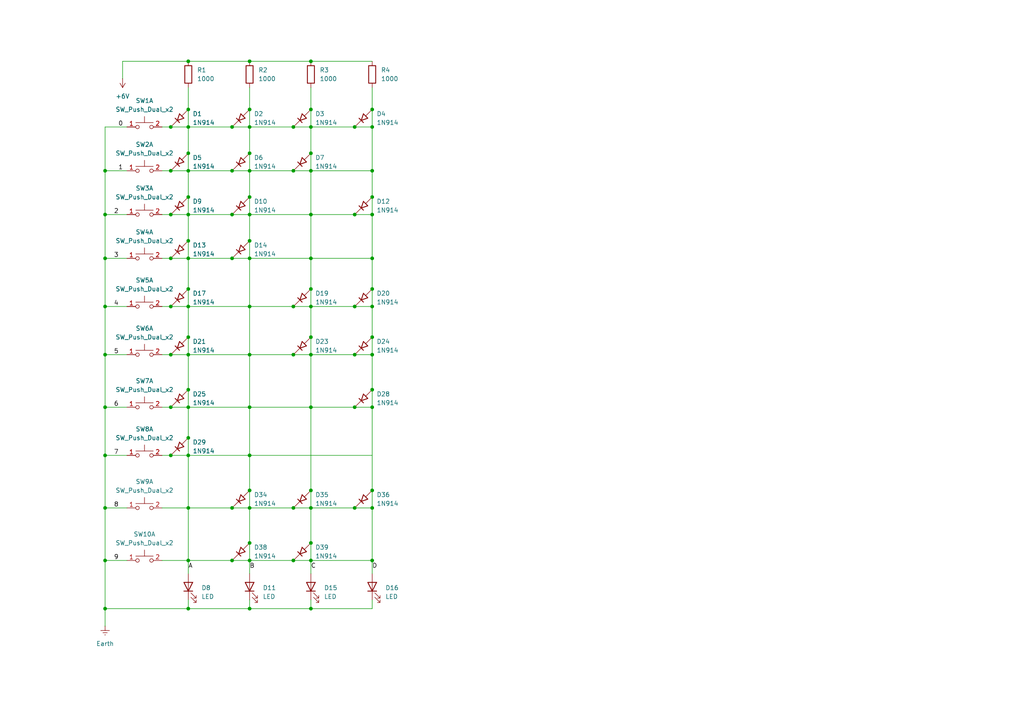
<source format=kicad_sch>
(kicad_sch (version 20231120) (generator "eeschema") (generator_version "8.0")
  (paper "A4")
  (lib_symbols
    (symbol "Device:D_45deg" (pin_numbers hide) (pin_names (offset 0) hide)
      (property "Reference" "D" (at 1.27 2.54 0))
      (property "Value" "D_45deg" (at 1.27 0 0))
      (symbol "D_45deg_0_1"
        (polyline (pts (xy -0.635 0.635) (xy -2.54 2.54)))
        (polyline (pts (xy 0 -1.27) (xy 1.27 0)) (stroke (width 0.254)))
        (polyline (pts (xy 2.54 -2.54) (xy 0.635 -0.635)))
        (polyline (pts (xy -1.27 0) (xy 0 1.27) (xy 0.635 -0.635) (xy -1.27 0)) (stroke (width 0.254)))
      )
      (symbol "D_45deg_1_1"
        (pin passive line (at 2.54 -2.54 180) (length 0) (name "K") (number "1"))
        (pin passive line (at -2.54 2.54 0) (length 0) (name "A") (number "2"))
      )
    )
    (symbol "Device:LED" (pin_numbers hide) (pin_names (offset 1.016) hide)
      (property "Reference" "D" (at 0 2.54 0))
      (property "Value" "LED" (at 0 -2.54 0))
      (symbol "LED_0_1"
        (polyline (pts (xy -1.27 -1.27) (xy -1.27 1.27)) (stroke (width 0.254)))
        (polyline (pts (xy -1.27 0) (xy 1.27 0)))
        (polyline (pts (xy 1.27 -1.27) (xy 1.27 1.27) (xy -1.27 0) (xy 1.27 -1.27)) (stroke (width 0.254)))
        (polyline (pts (xy -3.048 -0.762) (xy -4.572 -2.286) (xy -3.81 -2.286) (xy -4.572 -2.286) (xy -4.572 -1.524)))
        (polyline (pts (xy -1.778 -0.762) (xy -3.302 -2.286) (xy -2.54 -2.286) (xy -3.302 -2.286) (xy -3.302 -1.524)))
      )
      (symbol "LED_1_1"
        (pin passive line (at -3.81 0 0) (length 2.54) (name "K") (number "1"))
        (pin passive line (at 3.81 0 180) (length 2.54) (name "A") (number "2"))
      )
    )
    (symbol "Device:R" (pin_numbers hide) (pin_names (offset 0))
      (property "Reference" "R" (at 2.032 0 90))
      (property "Value" "R" (at 0 0 90))
      (symbol "R_0_1"
        (rectangle (start -1.016 -2.54) (end 1.016 2.54) (stroke (width 0.254)))
      )
      (symbol "R_1_1"
        (pin passive line (at 0 3.81 270) (length 1.27) (name "~") (number "1"))
        (pin passive line (at 0 -3.81 90) (length 1.27) (name "~") (number "2"))
      )
    )
    (symbol "Switch:SW_Push_Dual_x2" (pin_names (offset 1.016) hide)
      (property "Reference" "SW" (at 1.27 2.54 0))
      (property "Value" "SW_Push_Dual_x2" (at 0 -1.524 0))
      (symbol "SW_Push_Dual_x2_0_1"
        (circle (center -2.032 0) (radius 0.508))
        (polyline (pts (xy 0 1.27) (xy 0 3.048)))
        (polyline (pts (xy 2.54 1.27) (xy -2.54 1.27)))
        (circle (center 2.032 0) (radius 0.508))
      )
      (symbol "SW_Push_Dual_x2_1_1"
        (pin passive line (at -5.08 0 0) (length 2.54) (name "C") (number "1"))
        (pin passive line (at 5.08 0 180) (length 2.54) (name "D") (number "2"))
      )
      (symbol "SW_Push_Dual_x2_2_1"
        (pin passive line (at -5.08 0 0) (length 2.54) (name "C") (number "3"))
        (pin passive line (at 5.08 0 180) (length 2.54) (name "D") (number "4"))
      )
    )
    (symbol "power:+6V" (power) (pin_numbers hide) (pin_names (offset 0) hide)
      (property "Value" "+6V" (at 0 3.556 0))
      (symbol "+6V_0_1"
        (polyline (pts (xy -0.762 1.27) (xy 0 2.54)))
        (polyline (pts (xy 0 0) (xy 0 2.54)))
        (polyline (pts (xy 0 2.54) (xy 0.762 1.27)))
      )
      (symbol "+6V_1_1"
        (pin power_in line (at 0 0 90) (length 0) (name "~") (number "1"))
      )
    )
    (symbol "power:Earth" (power) (pin_numbers hide) (pin_names (offset 0) hide)
      (property "Value" "Earth" (at 0 -3.81 0))
      (symbol "Earth_0_1"
        (polyline (pts (xy -0.635 -1.905) (xy 0.635 -1.905)))
        (polyline (pts (xy -0.127 -2.54) (xy 0.127 -2.54)))
        (polyline (pts (xy 0 -1.27) (xy 0 0)))
        (polyline (pts (xy 1.27 -1.27) (xy -1.27 -1.27)))
      )
      (symbol "Earth_1_1"
        (pin power_in line (at 0 0 270) (length 0) (name "~") (number "1"))
      )
    )
  )
  (junction (at 107.95 88.9))
  (junction (at 54.61 118.11))
  (junction (at 102.87 62.23))
  (junction (at 72.39 17.78))
  (junction (at 72.39 118.11))
  (junction (at 30.48 118.11))
  (junction (at 85.09 147.32))
  (junction (at 72.39 69.85))
  (junction (at 30.48 74.93))
  (junction (at 90.17 176.53))
  (junction (at 72.39 102.87))
  (junction (at 54.61 31.75))
  (junction (at 72.39 31.75))
  (junction (at 107.95 83.82))
  (junction (at 85.09 49.53))
  (junction (at 54.61 132.08))
  (junction (at 30.48 147.32))
  (junction (at 72.39 62.23))
  (junction (at 72.39 142.24))
  (junction (at 49.53 132.08))
  (junction (at 49.53 118.11))
  (junction (at 54.61 74.93))
  (junction (at 72.39 162.56))
  (junction (at 72.39 44.45))
  (junction (at 30.48 162.56))
  (junction (at 67.31 74.93))
  (junction (at 54.61 176.53))
  (junction (at 49.53 62.23))
  (junction (at 107.95 162.56))
  (junction (at 54.61 97.79))
  (junction (at 102.87 36.83))
  (junction (at 107.95 74.93))
  (junction (at 90.17 102.87))
  (junction (at 54.61 57.15))
  (junction (at 67.31 162.56))
  (junction (at 107.95 147.32))
  (junction (at 90.17 118.11))
  (junction (at 54.61 69.85))
  (junction (at 54.61 62.23))
  (junction (at 72.39 49.53))
  (junction (at 107.95 118.11))
  (junction (at 90.17 49.53))
  (junction (at 72.39 36.83))
  (junction (at 90.17 147.32))
  (junction (at 72.39 88.9))
  (junction (at 72.39 132.08))
  (junction (at 107.95 62.23))
  (junction (at 54.61 44.45))
  (junction (at 90.17 74.93))
  (junction (at 49.53 36.83))
  (junction (at 90.17 44.45))
  (junction (at 72.39 147.32))
  (junction (at 102.87 118.11))
  (junction (at 107.95 31.75))
  (junction (at 54.61 49.53))
  (junction (at 72.39 157.48))
  (junction (at 54.61 147.32))
  (junction (at 107.95 113.03))
  (junction (at 107.95 97.79))
  (junction (at 90.17 62.23))
  (junction (at 90.17 83.82))
  (junction (at 30.48 62.23))
  (junction (at 30.48 88.9))
  (junction (at 67.31 147.32))
  (junction (at 72.39 176.53))
  (junction (at 85.09 102.87))
  (junction (at 102.87 88.9))
  (junction (at 49.53 49.53))
  (junction (at 90.17 17.78))
  (junction (at 102.87 102.87))
  (junction (at 54.61 17.78))
  (junction (at 72.39 57.15))
  (junction (at 107.95 102.87))
  (junction (at 90.17 88.9))
  (junction (at 67.31 49.53))
  (junction (at 67.31 36.83))
  (junction (at 67.31 62.23))
  (junction (at 49.53 74.93))
  (junction (at 72.39 74.93))
  (junction (at 102.87 147.32))
  (junction (at 54.61 162.56))
  (junction (at 54.61 102.87))
  (junction (at 90.17 36.83))
  (junction (at 85.09 88.9))
  (junction (at 107.95 36.83))
  (junction (at 90.17 97.79))
  (junction (at 107.95 142.24))
  (junction (at 54.61 127))
  (junction (at 30.48 49.53))
  (junction (at 30.48 132.08))
  (junction (at 49.53 88.9))
  (junction (at 49.53 102.87))
  (junction (at 54.61 113.03))
  (junction (at 107.95 49.53))
  (junction (at 90.17 162.56))
  (junction (at 30.48 102.87))
  (junction (at 54.61 36.83))
  (junction (at 90.17 142.24))
  (junction (at 85.09 36.83))
  (junction (at 90.17 31.75))
  (junction (at 107.95 57.15))
  (junction (at 54.61 88.9))
  (junction (at 90.17 157.48))
  (junction (at 85.09 162.56))
  (junction (at 54.61 83.82))
  (junction (at 30.48 176.53))
  (wire (pts (xy 30.48 102.87) (xy 36.83 102.87)))
  (wire (pts (xy 90.17 49.53) (xy 107.95 49.53)))
  (wire (pts (xy 54.61 88.9) (xy 72.39 88.9)))
  (wire (pts (xy 30.48 162.56) (xy 36.83 162.56)))
  (wire (pts (xy 30.48 176.53) (xy 30.48 181.61)))
  (wire (pts (xy 54.61 62.23) (xy 67.31 62.23)))
  (wire (pts (xy 54.61 102.87) (xy 54.61 113.03)))
  (wire (pts (xy 107.95 62.23) (xy 107.95 74.93)))
  (wire (pts (xy 107.95 36.83) (xy 107.95 49.53)))
  (wire (pts (xy 54.61 74.93) (xy 54.61 83.82)))
  (wire (pts (xy 90.17 118.11) (xy 90.17 142.24)))
  (wire (pts (xy 72.39 74.93) (xy 72.39 88.9)))
  (wire (pts (xy 54.61 147.32) (xy 54.61 162.56)))
  (wire (pts (xy 30.48 74.93) (xy 30.48 88.9)))
  (wire (pts (xy 72.39 74.93) (xy 90.17 74.93)))
  (wire (pts (xy 102.87 147.32) (xy 107.95 147.32)))
  (wire (pts (xy 30.48 147.32) (xy 30.48 162.56)))
  (wire (pts (xy 90.17 36.83) (xy 102.87 36.83)))
  (wire (pts (xy 90.17 62.23) (xy 102.87 62.23)))
  (wire (pts (xy 49.53 74.93) (xy 54.61 74.93)))
  (wire (pts (xy 54.61 132.08) (xy 54.61 147.32)))
  (wire (pts (xy 90.17 162.56) (xy 107.95 162.56)))
  (wire (pts (xy 67.31 74.93) (xy 72.39 74.93)))
  (wire (pts (xy 49.53 36.83) (xy 54.61 36.83)))
  (wire (pts (xy 54.61 176.53) (xy 72.39 176.53)))
  (wire (pts (xy 67.31 49.53) (xy 72.39 49.53)))
  (wire (pts (xy 49.53 88.9) (xy 54.61 88.9)))
  (wire (pts (xy 54.61 102.87) (xy 72.39 102.87)))
  (wire (pts (xy 67.31 162.56) (xy 72.39 162.56)))
  (wire (pts (xy 90.17 118.11) (xy 102.87 118.11)))
  (wire (pts (xy 72.39 62.23) (xy 72.39 69.85)))
  (wire (pts (xy 30.48 162.56) (xy 30.48 176.53)))
  (wire (pts (xy 54.61 118.11) (xy 54.61 127)))
  (wire (pts (xy 72.39 132.08) (xy 72.39 142.24)))
  (wire (pts (xy 102.87 62.23) (xy 107.95 62.23)))
  (wire (pts (xy 54.61 162.56) (xy 54.61 166.37)))
  (wire (pts (xy 107.95 147.32) (xy 107.95 162.56)))
  (wire (pts (xy 54.61 25.4) (xy 54.61 31.75)))
  (wire (pts (xy 72.39 118.11) (xy 90.17 118.11)))
  (wire (pts (xy 30.48 88.9) (xy 30.48 102.87)))
  (wire (pts (xy 107.95 102.87) (xy 107.95 113.03)))
  (wire (pts (xy 72.39 118.11) (xy 72.39 132.08)))
  (wire (pts (xy 49.53 118.11) (xy 54.61 118.11)))
  (wire (pts (xy 72.39 36.83) (xy 72.39 44.45)))
  (wire (pts (xy 85.09 147.32) (xy 90.17 147.32)))
  (wire (pts (xy 72.39 102.87) (xy 72.39 118.11)))
  (wire (pts (xy 90.17 173.99) (xy 90.17 176.53)))
  (wire (pts (xy 90.17 162.56) (xy 90.17 166.37)))
  (wire (pts (xy 35.56 17.78) (xy 35.56 22.86)))
  (wire (pts (xy 72.39 36.83) (xy 85.09 36.83)))
  (wire (pts (xy 107.95 173.99) (xy 107.95 176.53)))
  (wire (pts (xy 30.48 62.23) (xy 30.48 74.93)))
  (wire (pts (xy 72.39 69.85) (xy 72.39 74.93)))
  (wire (pts (xy 90.17 25.4) (xy 90.17 31.75)))
  (wire (pts (xy 30.48 49.53) (xy 36.83 49.53)))
  (wire (pts (xy 90.17 88.9) (xy 90.17 97.79)))
  (wire (pts (xy 102.87 118.11) (xy 107.95 118.11)))
  (wire (pts (xy 54.61 36.83) (xy 54.61 44.45)))
  (wire (pts (xy 102.87 88.9) (xy 107.95 88.9)))
  (wire (pts (xy 107.95 83.82) (xy 107.95 88.9)))
  (wire (pts (xy 30.48 74.93) (xy 36.83 74.93)))
  (wire (pts (xy 54.61 118.11) (xy 72.39 118.11)))
  (wire (pts (xy 49.53 132.08) (xy 54.61 132.08)))
  (wire (pts (xy 67.31 62.23) (xy 72.39 62.23)))
  (wire (pts (xy 102.87 102.87) (xy 107.95 102.87)))
  (wire (pts (xy 67.31 36.83) (xy 72.39 36.83)))
  (wire (pts (xy 30.48 118.11) (xy 30.48 132.08)))
  (wire (pts (xy 90.17 88.9) (xy 102.87 88.9)))
  (wire (pts (xy 72.39 162.56) (xy 72.39 166.37)))
  (wire (pts (xy 85.09 36.83) (xy 90.17 36.83)))
  (wire (pts (xy 30.48 36.83) (xy 30.48 49.53)))
  (wire (pts (xy 107.95 113.03) (xy 107.95 118.11)))
  (wire (pts (xy 49.53 102.87) (xy 54.61 102.87)))
  (wire (pts (xy 54.61 88.9) (xy 54.61 97.79)))
  (wire (pts (xy 72.39 102.87) (xy 85.09 102.87)))
  (wire (pts (xy 30.48 132.08) (xy 30.48 147.32)))
  (wire (pts (xy 90.17 74.93) (xy 107.95 74.93)))
  (wire (pts (xy 54.61 17.78) (xy 35.56 17.78)))
  (wire (pts (xy 46.99 162.56) (xy 54.61 162.56)))
  (wire (pts (xy 46.99 147.32) (xy 54.61 147.32)))
  (wire (pts (xy 90.17 147.32) (xy 102.87 147.32)))
  (wire (pts (xy 107.95 25.4) (xy 107.95 31.75)))
  (wire (pts (xy 54.61 36.83) (xy 67.31 36.83)))
  (wire (pts (xy 54.61 113.03) (xy 54.61 118.11)))
  (wire (pts (xy 85.09 102.87) (xy 90.17 102.87)))
  (wire (pts (xy 54.61 97.79) (xy 54.61 102.87)))
  (wire (pts (xy 107.95 57.15) (xy 107.95 62.23)))
  (wire (pts (xy 72.39 142.24) (xy 72.39 147.32)))
  (wire (pts (xy 107.95 162.56) (xy 107.95 166.37)))
  (wire (pts (xy 90.17 176.53) (xy 107.95 176.53)))
  (wire (pts (xy 107.95 74.93) (xy 107.95 83.82)))
  (wire (pts (xy 67.31 147.32) (xy 72.39 147.32)))
  (wire (pts (xy 85.09 162.56) (xy 90.17 162.56)))
  (wire (pts (xy 72.39 176.53) (xy 90.17 176.53)))
  (wire (pts (xy 46.99 88.9) (xy 49.53 88.9)))
  (wire (pts (xy 85.09 49.53) (xy 90.17 49.53)))
  (wire (pts (xy 49.53 62.23) (xy 54.61 62.23)))
  (wire (pts (xy 46.99 118.11) (xy 49.53 118.11)))
  (wire (pts (xy 72.39 49.53) (xy 72.39 57.15)))
  (wire (pts (xy 54.61 44.45) (xy 54.61 49.53)))
  (wire (pts (xy 54.61 49.53) (xy 67.31 49.53)))
  (wire (pts (xy 54.61 31.75) (xy 54.61 36.83)))
  (wire (pts (xy 54.61 132.08) (xy 72.39 132.08)))
  (wire (pts (xy 72.39 49.53) (xy 85.09 49.53)))
  (wire (pts (xy 107.95 31.75) (xy 107.95 36.83)))
  (wire (pts (xy 90.17 74.93) (xy 90.17 83.82)))
  (wire (pts (xy 72.39 44.45) (xy 72.39 49.53)))
  (wire (pts (xy 46.99 62.23) (xy 49.53 62.23)))
  (wire (pts (xy 90.17 17.78) (xy 107.95 17.78)))
  (wire (pts (xy 90.17 83.82) (xy 90.17 88.9)))
  (wire (pts (xy 90.17 62.23) (xy 90.17 74.93)))
  (wire (pts (xy 54.61 173.99) (xy 54.61 176.53)))
  (wire (pts (xy 54.61 69.85) (xy 54.61 74.93)))
  (wire (pts (xy 30.48 132.08) (xy 36.83 132.08)))
  (wire (pts (xy 72.39 17.78) (xy 90.17 17.78)))
  (wire (pts (xy 72.39 88.9) (xy 85.09 88.9)))
  (wire (pts (xy 90.17 49.53) (xy 90.17 62.23)))
  (wire (pts (xy 107.95 49.53) (xy 107.95 57.15)))
  (wire (pts (xy 54.61 17.78) (xy 72.39 17.78)))
  (wire (pts (xy 102.87 36.83) (xy 107.95 36.83)))
  (wire (pts (xy 72.39 147.32) (xy 85.09 147.32)))
  (wire (pts (xy 72.39 25.4) (xy 72.39 31.75)))
  (wire (pts (xy 107.95 88.9) (xy 107.95 97.79)))
  (wire (pts (xy 90.17 142.24) (xy 90.17 147.32)))
  (wire (pts (xy 30.48 147.32) (xy 36.83 147.32)))
  (wire (pts (xy 30.48 176.53) (xy 54.61 176.53)))
  (wire (pts (xy 72.39 147.32) (xy 72.39 157.48)))
  (wire (pts (xy 72.39 132.08) (xy 107.95 132.08)))
  (wire (pts (xy 90.17 97.79) (xy 90.17 102.87)))
  (wire (pts (xy 46.99 102.87) (xy 49.53 102.87)))
  (wire (pts (xy 30.48 49.53) (xy 30.48 62.23)))
  (wire (pts (xy 46.99 49.53) (xy 49.53 49.53)))
  (wire (pts (xy 107.95 142.24) (xy 107.95 147.32)))
  (wire (pts (xy 90.17 44.45) (xy 90.17 49.53)))
  (wire (pts (xy 46.99 74.93) (xy 49.53 74.93)))
  (wire (pts (xy 54.61 162.56) (xy 67.31 162.56)))
  (wire (pts (xy 46.99 132.08) (xy 49.53 132.08)))
  (wire (pts (xy 46.99 36.83) (xy 49.53 36.83)))
  (wire (pts (xy 72.39 31.75) (xy 72.39 36.83)))
  (wire (pts (xy 72.39 62.23) (xy 90.17 62.23)))
  (wire (pts (xy 107.95 97.79) (xy 107.95 102.87)))
  (wire (pts (xy 54.61 62.23) (xy 54.61 69.85)))
  (wire (pts (xy 90.17 147.32) (xy 90.17 157.48)))
  (wire (pts (xy 54.61 147.32) (xy 67.31 147.32)))
  (wire (pts (xy 72.39 88.9) (xy 72.39 102.87)))
  (wire (pts (xy 54.61 57.15) (xy 54.61 62.23)))
  (wire (pts (xy 72.39 157.48) (xy 72.39 162.56)))
  (wire (pts (xy 30.48 88.9) (xy 36.83 88.9)))
  (wire (pts (xy 72.39 57.15) (xy 72.39 62.23)))
  (wire (pts (xy 90.17 102.87) (xy 102.87 102.87)))
  (wire (pts (xy 30.48 118.11) (xy 36.83 118.11)))
  (wire (pts (xy 54.61 83.82) (xy 54.61 88.9)))
  (wire (pts (xy 107.95 118.11) (xy 107.95 142.24)))
  (wire (pts (xy 72.39 162.56) (xy 85.09 162.56)))
  (wire (pts (xy 90.17 157.48) (xy 90.17 162.56)))
  (wire (pts (xy 30.48 102.87) (xy 30.48 118.11)))
  (wire (pts (xy 49.53 49.53) (xy 54.61 49.53)))
  (wire (pts (xy 90.17 36.83) (xy 90.17 44.45)))
  (wire (pts (xy 30.48 36.83) (xy 36.83 36.83)))
  (wire (pts (xy 54.61 49.53) (xy 54.61 57.15)))
  (wire (pts (xy 54.61 127) (xy 54.61 132.08)))
  (wire (pts (xy 30.48 62.23) (xy 36.83 62.23)))
  (wire (pts (xy 85.09 88.9) (xy 90.17 88.9)))
  (wire (pts (xy 72.39 173.99) (xy 72.39 176.53)))
  (wire (pts (xy 54.61 74.93) (xy 67.31 74.93)))
  (wire (pts (xy 90.17 31.75) (xy 90.17 36.83)))
  (wire (pts (xy 90.17 102.87) (xy 90.17 118.11)))
  (label "8" (at 33.02 147.32 0))
  (label "7" (at 33.02 132.08 0))
  (label "B" (at 72.39 165.1 0))
  (label "3" (at 33.02 74.93 0))
  (label "D" (at 107.95 165.1 0))
  (label "0" (at 34.29 36.83 0))
  (label "C" (at 90.17 165.1 0))
  (label "4" (at 33.02 88.9 0))
  (label "2" (at 33.02 62.23 0))
  (label "9" (at 33.02 162.56 0))
  (label "A" (at 54.61 165.1 0))
  (label "6" (at 33.02 118.11 0))
  (label "1" (at 34.29 49.53 0))
  (label "5" (at 33.02 102.87 0))
  (symbol (lib_id "Switch:SW_Push_Dual_x2") (at 41.91 62.23 0) (unit 1)
    (property "Reference" "SW3" (at 41.91 54.61 0))
    (property "Value" "SW_Push_Dual_x2" (at 41.91 57.15 0))
    (property "Footprint" "Button_Switch_Keyboard:SW_Cherry_MX_1.00u_PCB" (effects (hide yes)))
    (property "Description" "Push button switch, generic, separate symbols, four pins" (effects (hide yes)))
  )
  (symbol (lib_id "Device:D_45deg") (at 52.07 46.99 270) (unit 1)
    (property "Reference" "D5" (at 55.88 45.7199 90) (effects (justify left)))
    (property "Value" "1N914" (at 55.88 48.2599 90) (effects (justify left)))
    (property "Footprint" "diode1n914:AFL-W2C8.9D" (effects (hide yes)))
    (property "Description" "Diode, rotated by 45°" (effects (hide yes)))
    (property "Sim.Device" "D" (effects (hide yes)))
    (property "Sim.Pins" "1=K 2=A" (effects (hide yes)))
  )
  (symbol (lib_id "Switch:SW_Push_Dual_x2") (at 41.91 118.11 0) (unit 1)
    (property "Reference" "SW7" (at 41.91 110.49 0))
    (property "Value" "SW_Push_Dual_x2" (at 41.91 113.03 0))
    (property "Footprint" "Button_Switch_Keyboard:SW_Cherry_MX_1.00u_PCB" (effects (hide yes)))
    (property "Description" "Push button switch, generic, separate symbols, four pins" (effects (hide yes)))
  )
  (symbol (lib_id "Device:D_45deg") (at 52.07 115.57 270) (unit 1)
    (property "Reference" "D25" (at 55.88 114.2999 90) (effects (justify left)))
    (property "Value" "1N914" (at 55.88 116.8399 90) (effects (justify left)))
    (property "Footprint" "diode1n914:AFL-W2C8.9D" (effects (hide yes)))
    (property "Description" "Diode, rotated by 45°" (effects (hide yes)))
    (property "Sim.Device" "D" (effects (hide yes)))
    (property "Sim.Pins" "1=K 2=A" (effects (hide yes)))
  )
  (symbol (lib_id "Device:LED") (at 107.95 170.18 90) (unit 1)
    (property "Reference" "D16" (at 111.76 170.4974 90) (effects (justify right)))
    (property "Value" "LED" (at 111.76 173.0374 90) (effects (justify right)))
    (property "Footprint" "LED_THT:LED_D1.8mm_W1.8mm_H2.4mm_Horizontal_O1.27mm_Z1.6mm" (effects (hide yes)))
    (property "Description" "Light emitting diode" (effects (hide yes)))
  )
  (symbol (lib_id "Device:R") (at 54.61 21.59 0) (unit 1)
    (property "Reference" "R1" (at 57.15 20.3199 0) (effects (justify left)))
    (property "Value" "1000" (at 57.15 22.8599 0) (effects (justify left)))
    (property "Footprint" "Resistor_THT:R_Axial_DIN0204_L3.6mm_D1.6mm_P2.54mm_Vertical" (effects (hide yes)))
    (property "Description" "Resistor" (effects (hide yes)))
  )
  (symbol (lib_id "Device:D_45deg") (at 52.07 59.69 270) (unit 1)
    (property "Reference" "D9" (at 55.88 58.4199 90) (effects (justify left)))
    (property "Value" "1N914" (at 55.88 60.9599 90) (effects (justify left)))
    (property "Footprint" "diode1n914:AFL-W2C8.9D" (effects (hide yes)))
    (property "Description" "Diode, rotated by 45°" (effects (hide yes)))
    (property "Sim.Device" "D" (effects (hide yes)))
    (property "Sim.Pins" "1=K 2=A" (effects (hide yes)))
  )
  (symbol (lib_id "Switch:SW_Push_Dual_x2") (at 41.91 88.9 0) (unit 1)
    (property "Reference" "SW5" (at 41.91 81.28 0))
    (property "Value" "SW_Push_Dual_x2" (at 41.91 83.82 0))
    (property "Footprint" "Button_Switch_Keyboard:SW_Cherry_MX_1.00u_PCB" (effects (hide yes)))
    (property "Description" "Push button switch, generic, separate symbols, four pins" (effects (hide yes)))
  )
  (symbol (lib_id "Device:R") (at 90.17 21.59 0) (unit 1)
    (property "Reference" "R3" (at 92.71 20.3199 0) (effects (justify left)))
    (property "Value" "1000" (at 92.71 22.8599 0) (effects (justify left)))
    (property "Footprint" "Resistor_THT:R_Axial_DIN0204_L3.6mm_D1.6mm_P2.54mm_Vertical" (effects (hide yes)))
    (property "Description" "Resistor" (effects (hide yes)))
  )
  (symbol (lib_id "Device:R") (at 107.95 21.59 0) (unit 1)
    (property "Reference" "R4" (at 110.49 20.3199 0) (effects (justify left)))
    (property "Value" "1000" (at 110.49 22.8599 0) (effects (justify left)))
    (property "Footprint" "Resistor_THT:R_Axial_DIN0204_L3.6mm_D1.6mm_P2.54mm_Vertical" (effects (hide yes)))
    (property "Description" "Resistor" (effects (hide yes)))
  )
  (symbol (lib_id "Device:D_45deg") (at 87.63 34.29 270) (unit 1)
    (property "Reference" "D3" (at 91.44 33.0199 90) (effects (justify left)))
    (property "Value" "1N914" (at 91.44 35.5599 90) (effects (justify left)))
    (property "Footprint" "diode1n914:AFL-W2C8.9D" (effects (hide yes)))
    (property "Description" "Diode, rotated by 45°" (effects (hide yes)))
    (property "Sim.Device" "D" (effects (hide yes)))
    (property "Sim.Pins" "1=K 2=A" (effects (hide yes)))
  )
  (symbol (lib_id "Device:D_45deg") (at 105.41 59.69 270) (unit 1)
    (property "Reference" "D12" (at 109.22 58.4199 90) (effects (justify left)))
    (property "Value" "1N914" (at 109.22 60.9599 90) (effects (justify left)))
    (property "Footprint" "diode1n914:AFL-W2C8.9D" (effects (hide yes)))
    (property "Description" "Diode, rotated by 45°" (effects (hide yes)))
    (property "Sim.Device" "D" (effects (hide yes)))
    (property "Sim.Pins" "1=K 2=A" (effects (hide yes)))
  )
  (symbol (lib_id "Device:D_45deg") (at 69.85 160.02 270) (unit 1)
    (property "Reference" "D38" (at 73.66 158.7499 90) (effects (justify left)))
    (property "Value" "1N914" (at 73.66 161.2899 90) (effects (justify left)))
    (property "Footprint" "diode1n914:AFL-W2C8.9D" (effects (hide yes)))
    (property "Description" "Diode, rotated by 45°" (effects (hide yes)))
    (property "Sim.Device" "D" (effects (hide yes)))
    (property "Sim.Pins" "1=K 2=A" (effects (hide yes)))
  )
  (symbol (lib_id "Device:D_45deg") (at 52.07 72.39 270) (unit 1)
    (property "Reference" "D13" (at 55.88 71.1199 90) (effects (justify left)))
    (property "Value" "1N914" (at 55.88 73.6599 90) (effects (justify left)))
    (property "Footprint" "diode1n914:AFL-W2C8.9D" (effects (hide yes)))
    (property "Description" "Diode, rotated by 45°" (effects (hide yes)))
    (property "Sim.Device" "D" (effects (hide yes)))
    (property "Sim.Pins" "1=K 2=A" (effects (hide yes)))
  )
  (symbol (lib_id "Device:D_45deg") (at 87.63 160.02 270) (unit 1)
    (property "Reference" "D39" (at 91.44 158.7499 90) (effects (justify left)))
    (property "Value" "1N914" (at 91.44 161.2899 90) (effects (justify left)))
    (property "Footprint" "diode1n914:AFL-W2C8.9D" (effects (hide yes)))
    (property "Description" "Diode, rotated by 45°" (effects (hide yes)))
    (property "Sim.Device" "D" (effects (hide yes)))
    (property "Sim.Pins" "1=K 2=A" (effects (hide yes)))
  )
  (symbol (lib_id "Device:D_45deg") (at 105.41 100.33 270) (unit 1)
    (property "Reference" "D24" (at 109.22 99.0599 90) (effects (justify left)))
    (property "Value" "1N914" (at 109.22 101.5999 90) (effects (justify left)))
    (property "Footprint" "diode1n914:AFL-W2C8.9D" (effects (hide yes)))
    (property "Description" "Diode, rotated by 45°" (effects (hide yes)))
    (property "Sim.Device" "D" (effects (hide yes)))
    (property "Sim.Pins" "1=K 2=A" (effects (hide yes)))
  )
  (symbol (lib_id "Device:D_45deg") (at 87.63 100.33 270) (unit 1)
    (property "Reference" "D23" (at 91.44 99.0599 90) (effects (justify left)))
    (property "Value" "1N914" (at 91.44 101.5999 90) (effects (justify left)))
    (property "Footprint" "diode1n914:AFL-W2C8.9D" (effects (hide yes)))
    (property "Description" "Diode, rotated by 45°" (effects (hide yes)))
    (property "Sim.Device" "D" (effects (hide yes)))
    (property "Sim.Pins" "1=K 2=A" (effects (hide yes)))
  )
  (symbol (lib_id "Device:D_45deg") (at 52.07 86.36 270) (unit 1)
    (property "Reference" "D17" (at 55.88 85.0899 90) (effects (justify left)))
    (property "Value" "1N914" (at 55.88 87.6299 90) (effects (justify left)))
    (property "Footprint" "diode1n914:AFL-W2C8.9D" (effects (hide yes)))
    (property "Description" "Diode, rotated by 45°" (effects (hide yes)))
    (property "Sim.Device" "D" (effects (hide yes)))
    (property "Sim.Pins" "1=K 2=A" (effects (hide yes)))
  )
  (symbol (lib_id "Switch:SW_Push_Dual_x2") (at 41.91 74.93 0) (unit 1)
    (property "Reference" "SW4" (at 41.91 67.31 0))
    (property "Value" "SW_Push_Dual_x2" (at 41.91 69.85 0))
    (property "Footprint" "Button_Switch_Keyboard:SW_Cherry_MX_1.00u_PCB" (effects (hide yes)))
    (property "Description" "Push button switch, generic, separate symbols, four pins" (effects (hide yes)))
  )
  (symbol (lib_id "Device:D_45deg") (at 87.63 144.78 270) (unit 1)
    (property "Reference" "D35" (at 91.44 143.5099 90) (effects (justify left)))
    (property "Value" "1N914" (at 91.44 146.0499 90) (effects (justify left)))
    (property "Footprint" "diode1n914:AFL-W2C8.9D" (effects (hide yes)))
    (property "Description" "Diode, rotated by 45°" (effects (hide yes)))
    (property "Sim.Device" "D" (effects (hide yes)))
    (property "Sim.Pins" "1=K 2=A" (effects (hide yes)))
  )
  (symbol (lib_id "Device:D_45deg") (at 52.07 34.29 270) (unit 1)
    (property "Reference" "D1" (at 55.88 33.0199 90) (effects (justify left)))
    (property "Value" "1N914" (at 55.88 35.5599 90) (effects (justify left)))
    (property "Footprint" "diode1n914:AFL-W2C8.9D" (effects (hide yes)))
    (property "Description" "Diode, rotated by 45°" (effects (hide yes)))
    (property "Sim.Device" "D" (effects (hide yes)))
    (property "Sim.Pins" "1=K 2=A" (effects (hide yes)))
  )
  (symbol (lib_id "Switch:SW_Push_Dual_x2") (at 41.91 132.08 0) (unit 1)
    (property "Reference" "SW8" (at 41.91 124.46 0))
    (property "Value" "SW_Push_Dual_x2" (at 41.91 127 0))
    (property "Footprint" "Button_Switch_Keyboard:SW_Cherry_MX_1.00u_PCB" (effects (hide yes)))
    (property "Description" "Push button switch, generic, separate symbols, four pins" (effects (hide yes)))
  )
  (symbol (lib_id "Device:D_45deg") (at 87.63 86.36 270) (unit 1)
    (property "Reference" "D19" (at 91.44 85.0899 90) (effects (justify left)))
    (property "Value" "1N914" (at 91.44 87.6299 90) (effects (justify left)))
    (property "Footprint" "diode1n914:AFL-W2C8.9D" (effects (hide yes)))
    (property "Description" "Diode, rotated by 45°" (effects (hide yes)))
    (property "Sim.Device" "D" (effects (hide yes)))
    (property "Sim.Pins" "1=K 2=A" (effects (hide yes)))
  )
  (symbol (lib_id "Device:D_45deg") (at 105.41 34.29 270) (unit 1)
    (property "Reference" "D4" (at 109.22 33.0199 90) (effects (justify left)))
    (property "Value" "1N914" (at 109.22 35.5599 90) (effects (justify left)))
    (property "Footprint" "diode1n914:AFL-W2C8.9D" (effects (hide yes)))
    (property "Description" "Diode, rotated by 45°" (effects (hide yes)))
    (property "Sim.Device" "D" (effects (hide yes)))
    (property "Sim.Pins" "1=K 2=A" (effects (hide yes)))
  )
  (symbol (lib_id "Switch:SW_Push_Dual_x2") (at 41.91 162.56 0) (unit 1)
    (property "Reference" "SW10" (at 41.91 154.94 0))
    (property "Value" "SW_Push_Dual_x2" (at 41.91 157.48 0))
    (property "Footprint" "Button_Switch_Keyboard:SW_Cherry_MX_1.00u_PCB" (effects (hide yes)))
    (property "Description" "Push button switch, generic, separate symbols, four pins" (effects (hide yes)))
  )
  (symbol (lib_id "Switch:SW_Push_Dual_x2") (at 41.91 36.83 0) (unit 1)
    (property "Reference" "SW1" (at 41.91 29.21 0))
    (property "Value" "SW_Push_Dual_x2" (at 41.91 31.75 0))
    (property "Footprint" "Button_Switch_Keyboard:SW_Cherry_MX_1.00u_PCB" (effects (hide yes)))
    (property "Description" "Push button switch, generic, separate symbols, four pins" (effects (hide yes)))
  )
  (symbol (lib_id "Switch:SW_Push_Dual_x2") (at 41.91 102.87 0) (unit 1)
    (property "Reference" "SW6" (at 41.91 95.25 0))
    (property "Value" "SW_Push_Dual_x2" (at 41.91 97.79 0))
    (property "Footprint" "Button_Switch_Keyboard:SW_Cherry_MX_1.00u_PCB" (effects (hide yes)))
    (property "Description" "Push button switch, generic, separate symbols, four pins" (effects (hide yes)))
  )
  (symbol (lib_id "Device:D_45deg") (at 105.41 144.78 270) (unit 1)
    (property "Reference" "D36" (at 109.22 143.5099 90) (effects (justify left)))
    (property "Value" "1N914" (at 109.22 146.0499 90) (effects (justify left)))
    (property "Footprint" "diode1n914:AFL-W2C8.9D" (effects (hide yes)))
    (property "Description" "Diode, rotated by 45°" (effects (hide yes)))
    (property "Sim.Device" "D" (effects (hide yes)))
    (property "Sim.Pins" "1=K 2=A" (effects (hide yes)))
  )
  (symbol (lib_id "Device:D_45deg") (at 69.85 72.39 270) (unit 1)
    (property "Reference" "D14" (at 73.66 71.1199 90) (effects (justify left)))
    (property "Value" "1N914" (at 73.66 73.6599 90) (effects (justify left)))
    (property "Footprint" "diode1n914:AFL-W2C8.9D" (effects (hide yes)))
    (property "Description" "Diode, rotated by 45°" (effects (hide yes)))
    (property "Sim.Device" "D" (effects (hide yes)))
    (property "Sim.Pins" "1=K 2=A" (effects (hide yes)))
  )
  (symbol (lib_id "Device:LED") (at 54.61 170.18 90) (unit 1)
    (property "Reference" "D8" (at 58.42 170.4974 90) (effects (justify right)))
    (property "Value" "LED" (at 58.42 173.0374 90) (effects (justify right)))
    (property "Footprint" "LED_THT:LED_D1.8mm_W1.8mm_H2.4mm_Horizontal_O1.27mm_Z1.6mm" (effects (hide yes)))
    (property "Description" "Light emitting diode" (effects (hide yes)))
  )
  (symbol (lib_id "Device:D_45deg") (at 69.85 34.29 270) (unit 1)
    (property "Reference" "D2" (at 73.66 33.0199 90) (effects (justify left)))
    (property "Value" "1N914" (at 73.66 35.5599 90) (effects (justify left)))
    (property "Footprint" "diode1n914:AFL-W2C8.9D" (effects (hide yes)))
    (property "Description" "Diode, rotated by 45°" (effects (hide yes)))
    (property "Sim.Device" "D" (effects (hide yes)))
    (property "Sim.Pins" "1=K 2=A" (effects (hide yes)))
  )
  (symbol (lib_id "Switch:SW_Push_Dual_x2") (at 41.91 147.32 0) (unit 1)
    (property "Reference" "SW9" (at 41.91 139.7 0))
    (property "Value" "SW_Push_Dual_x2" (at 41.91 142.24 0))
    (property "Footprint" "Button_Switch_Keyboard:SW_Cherry_MX_1.00u_PCB" (effects (hide yes)))
    (property "Description" "Push button switch, generic, separate symbols, four pins" (effects (hide yes)))
  )
  (symbol (lib_id "Device:D_45deg") (at 69.85 46.99 270) (unit 1)
    (property "Reference" "D6" (at 73.66 45.7199 90) (effects (justify left)))
    (property "Value" "1N914" (at 73.66 48.2599 90) (effects (justify left)))
    (property "Footprint" "diode1n914:AFL-W2C8.9D" (effects (hide yes)))
    (property "Description" "Diode, rotated by 45°" (effects (hide yes)))
    (property "Sim.Device" "D" (effects (hide yes)))
    (property "Sim.Pins" "1=K 2=A" (effects (hide yes)))
  )
  (symbol (lib_id "Switch:SW_Push_Dual_x2") (at 41.91 49.53 0) (unit 1)
    (property "Reference" "SW2" (at 41.91 41.91 0))
    (property "Value" "SW_Push_Dual_x2" (at 41.91 44.45 0))
    (property "Footprint" "Button_Switch_Keyboard:SW_Cherry_MX_1.00u_PCB" (effects (hide yes)))
    (property "Description" "Push button switch, generic, separate symbols, four pins" (effects (hide yes)))
  )
  (symbol (lib_id "Device:D_45deg") (at 52.07 129.54 270) (unit 1)
    (property "Reference" "D29" (at 55.88 128.2699 90) (effects (justify left)))
    (property "Value" "1N914" (at 55.88 130.8099 90) (effects (justify left)))
    (property "Footprint" "diode1n914:AFL-W2C8.9D" (effects (hide yes)))
    (property "Description" "Diode, rotated by 45°" (effects (hide yes)))
    (property "Sim.Device" "D" (effects (hide yes)))
    (property "Sim.Pins" "1=K 2=A" (effects (hide yes)))
  )
  (symbol (lib_id "Device:R") (at 72.39 21.59 0) (unit 1)
    (property "Reference" "R2" (at 74.93 20.3199 0) (effects (justify left)))
    (property "Value" "1000" (at 74.93 22.8599 0) (effects (justify left)))
    (property "Footprint" "Resistor_THT:R_Axial_DIN0204_L3.6mm_D1.6mm_P2.54mm_Vertical" (effects (hide yes)))
    (property "Description" "Resistor" (effects (hide yes)))
  )
  (symbol (lib_id "power:Earth") (at 30.48 181.61 0) (unit 1)
    (property "Reference" "#PWR02" (effects (hide yes)))
    (property "Value" "Earth" (at 30.48 186.69 0))
    (property "Description" "Power symbol creates a global label with name \"Earth\"" (effects (hide yes)))
  )
  (symbol (lib_id "Device:LED") (at 72.39 170.18 90) (unit 1)
    (property "Reference" "D11" (at 76.2 170.4974 90) (effects (justify right)))
    (property "Value" "LED" (at 76.2 173.0374 90) (effects (justify right)))
    (property "Footprint" "LED_THT:LED_D1.8mm_W1.8mm_H2.4mm_Horizontal_O1.27mm_Z1.6mm" (effects (hide yes)))
    (property "Description" "Light emitting diode" (effects (hide yes)))
  )
  (symbol (lib_id "Device:D_45deg") (at 69.85 144.78 270) (unit 1)
    (property "Reference" "D34" (at 73.66 143.5099 90) (effects (justify left)))
    (property "Value" "1N914" (at 73.66 146.0499 90) (effects (justify left)))
    (property "Footprint" "diode1n914:AFL-W2C8.9D" (effects (hide yes)))
    (property "Description" "Diode, rotated by 45°" (effects (hide yes)))
    (property "Sim.Device" "D" (effects (hide yes)))
    (property "Sim.Pins" "1=K 2=A" (effects (hide yes)))
  )
  (symbol (lib_id "Device:D_45deg") (at 52.07 100.33 270) (unit 1)
    (property "Reference" "D21" (at 55.88 99.0599 90) (effects (justify left)))
    (property "Value" "1N914" (at 55.88 101.5999 90) (effects (justify left)))
    (property "Footprint" "diode1n914:AFL-W2C8.9D" (effects (hide yes)))
    (property "Description" "Diode, rotated by 45°" (effects (hide yes)))
    (property "Sim.Device" "D" (effects (hide yes)))
    (property "Sim.Pins" "1=K 2=A" (effects (hide yes)))
  )
  (symbol (lib_id "Device:D_45deg") (at 105.41 86.36 270) (unit 1)
    (property "Reference" "D20" (at 109.22 85.0899 90) (effects (justify left)))
    (property "Value" "1N914" (at 109.22 87.6299 90) (effects (justify left)))
    (property "Footprint" "diode1n914:AFL-W2C8.9D" (effects (hide yes)))
    (property "Description" "Diode, rotated by 45°" (effects (hide yes)))
    (property "Sim.Device" "D" (effects (hide yes)))
    (property "Sim.Pins" "1=K 2=A" (effects (hide yes)))
  )
  (symbol (lib_id "Device:LED") (at 90.17 170.18 90) (unit 1)
    (property "Reference" "D15" (at 93.98 170.4974 90) (effects (justify right)))
    (property "Value" "LED" (at 93.98 173.0374 90) (effects (justify right)))
    (property "Footprint" "LED_THT:LED_D1.8mm_W1.8mm_H2.4mm_Horizontal_O1.27mm_Z1.6mm" (effects (hide yes)))
    (property "Description" "Light emitting diode" (effects (hide yes)))
  )
  (symbol (lib_id "Device:D_45deg") (at 69.85 59.69 270) (unit 1)
    (property "Reference" "D10" (at 73.66 58.4199 90) (effects (justify left)))
    (property "Value" "1N914" (at 73.66 60.9599 90) (effects (justify left)))
    (property "Footprint" "diode1n914:AFL-W2C8.9D" (effects (hide yes)))
    (property "Description" "Diode, rotated by 45°" (effects (hide yes)))
    (property "Sim.Device" "D" (effects (hide yes)))
    (property "Sim.Pins" "1=K 2=A" (effects (hide yes)))
  )
  (symbol (lib_id "power:+6V") (at 35.56 22.86 180) (unit 1)
    (property "Reference" "#PWR01" (effects (hide yes)))
    (property "Value" "+6V" (at 35.56 27.94 0))
    (property "Description" "Power symbol creates a global label with name \"+6V\"" (effects (hide yes)))
  )
  (symbol (lib_id "Device:D_45deg") (at 87.63 46.99 270) (unit 1)
    (property "Reference" "D7" (at 91.44 45.7199 90) (effects (justify left)))
    (property "Value" "1N914" (at 91.44 48.2599 90) (effects (justify left)))
    (property "Footprint" "diode1n914:AFL-W2C8.9D" (effects (hide yes)))
    (property "Description" "Diode, rotated by 45°" (effects (hide yes)))
    (property "Sim.Device" "D" (effects (hide yes)))
    (property "Sim.Pins" "1=K 2=A" (effects (hide yes)))
  )
  (symbol (lib_id "Device:D_45deg") (at 105.41 115.57 270) (unit 1)
    (property "Reference" "D28" (at 109.22 114.2999 90) (effects (justify left)))
    (property "Value" "1N914" (at 109.22 116.8399 90) (effects (justify left)))
    (property "Footprint" "diode1n914:AFL-W2C8.9D" (effects (hide yes)))
    (property "Description" "Diode, rotated by 45°" (effects (hide yes)))
    (property "Sim.Device" "D" (effects (hide yes)))
    (property "Sim.Pins" "1=K 2=A" (effects (hide yes)))
  )
)
</source>
